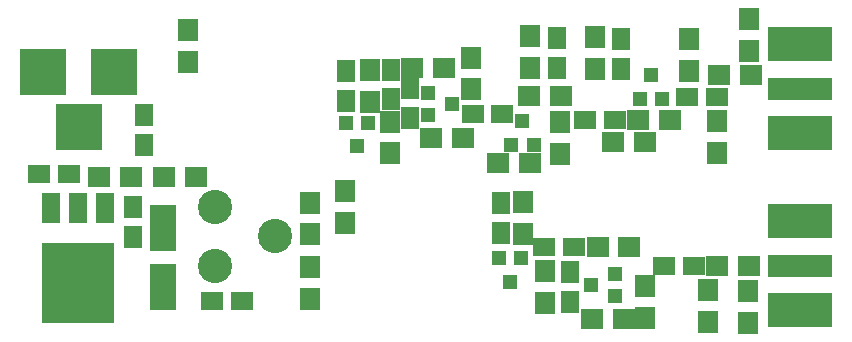
<source format=gbr>
G04 #@! TF.FileFunction,Soldermask,Top*
%FSLAX46Y46*%
G04 Gerber Fmt 4.6, Leading zero omitted, Abs format (unit mm)*
G04 Created by KiCad (PCBNEW 4.0.7) date 05/06/20 17:17:56*
%MOMM*%
%LPD*%
G01*
G04 APERTURE LIST*
%ADD10C,0.100000*%
%ADD11R,1.650000X1.900000*%
%ADD12R,1.900000X1.650000*%
%ADD13R,2.200000X3.900000*%
%ADD14R,1.700000X1.900000*%
%ADD15R,3.900000X3.900000*%
%ADD16R,5.480000X2.900000*%
%ADD17R,5.480000X1.900000*%
%ADD18R,1.200000X1.300000*%
%ADD19R,1.300000X1.200000*%
%ADD20R,1.900000X1.700000*%
%ADD21C,2.900000*%
%ADD22R,1.600000X2.600000*%
%ADD23R,6.200000X6.800000*%
G04 APERTURE END LIST*
D10*
D11*
X166878000Y-82824000D03*
X166878000Y-85324000D03*
D12*
X117622000Y-94234000D03*
X120122000Y-94234000D03*
D11*
X126500000Y-89250000D03*
X126500000Y-91750000D03*
D12*
X132250000Y-105000000D03*
X134750000Y-105000000D03*
X156825000Y-89125000D03*
X154325000Y-89125000D03*
D11*
X161437320Y-82737640D03*
X161437320Y-85237640D03*
D12*
X166350000Y-89662000D03*
X163850000Y-89662000D03*
X174980000Y-87680000D03*
X172480000Y-87680000D03*
X162875000Y-100425000D03*
X160375000Y-100425000D03*
D11*
X162580000Y-105040000D03*
X162580000Y-102540000D03*
D12*
X173025000Y-102050000D03*
X170525000Y-102050000D03*
D13*
X128100000Y-103780000D03*
X128100000Y-98780000D03*
D14*
X140500000Y-102150000D03*
X140500000Y-104850000D03*
D15*
X123952000Y-85598000D03*
X117952000Y-85598000D03*
X120952000Y-90298000D03*
D16*
X182000000Y-90750000D03*
X182000000Y-83250000D03*
D17*
X182000000Y-87000000D03*
D16*
X182000000Y-105750000D03*
X182000000Y-98250000D03*
D17*
X182000000Y-102000000D03*
D14*
X130200000Y-82050000D03*
X130200000Y-84750000D03*
X143500000Y-95650000D03*
X143500000Y-98350000D03*
D18*
X145450000Y-89900000D03*
X143550000Y-89900000D03*
X144500000Y-91900000D03*
X157553620Y-91777060D03*
X159453620Y-91777060D03*
X158503620Y-89777060D03*
X168468000Y-87868000D03*
X170368000Y-87868000D03*
X169418000Y-85868000D03*
X158430000Y-101362000D03*
X156530000Y-101362000D03*
X157480000Y-103362000D03*
D19*
X166354000Y-104582000D03*
X166354000Y-102682000D03*
X164354000Y-103632000D03*
D20*
X125350000Y-94500000D03*
X122650000Y-94500000D03*
X128150000Y-94500000D03*
X130850000Y-94500000D03*
D14*
X140500000Y-99350000D03*
X140500000Y-96650000D03*
X147300000Y-92500000D03*
X147300000Y-89800000D03*
X161710000Y-89840000D03*
X161710000Y-92540000D03*
X159156400Y-85271600D03*
X159156400Y-82571600D03*
D20*
X159100000Y-87650000D03*
X161800000Y-87650000D03*
X156460000Y-93310000D03*
X159160000Y-93310000D03*
X168322000Y-89662000D03*
X171022000Y-89662000D03*
D14*
X164700000Y-85350000D03*
X164700000Y-82650000D03*
X172640000Y-85510000D03*
X172640000Y-82810000D03*
X158525000Y-96575000D03*
X158525000Y-99275000D03*
D20*
X167100000Y-106475000D03*
X164400000Y-106475000D03*
D14*
X160400000Y-102450000D03*
X160400000Y-105150000D03*
X168925000Y-103700000D03*
X168925000Y-106400000D03*
D21*
X137540000Y-99500000D03*
X132500000Y-102000000D03*
X132500000Y-97000000D03*
D11*
X149000000Y-86975000D03*
X149000000Y-89475000D03*
X147375000Y-85400000D03*
X147375000Y-87900000D03*
D19*
X150525000Y-87350000D03*
X150525000Y-89250000D03*
X152525000Y-88300000D03*
D14*
X154190000Y-84380000D03*
X154190000Y-87080000D03*
X145600000Y-88125000D03*
X145600000Y-85425000D03*
D20*
X150800000Y-91225000D03*
X153500000Y-91225000D03*
D11*
X143550000Y-88025000D03*
X143550000Y-85525000D03*
X156740000Y-99200000D03*
X156740000Y-96700000D03*
X125550000Y-97050000D03*
X125550000Y-99550000D03*
D14*
X174990000Y-89720000D03*
X174990000Y-92420000D03*
D20*
X175140000Y-85890000D03*
X177840000Y-85890000D03*
D14*
X177740000Y-83810000D03*
X177740000Y-81110000D03*
X174200000Y-104050000D03*
X174200000Y-106750000D03*
D20*
X175010000Y-101990000D03*
X177710000Y-101990000D03*
D14*
X177640000Y-104120000D03*
X177640000Y-106820000D03*
D20*
X151850000Y-85225000D03*
X149150000Y-85225000D03*
X168900000Y-91525000D03*
X166200000Y-91525000D03*
X167575000Y-100450000D03*
X164875000Y-100450000D03*
D22*
X123180000Y-97150000D03*
X120900000Y-97150000D03*
X118620000Y-97150000D03*
D23*
X120900000Y-103450000D03*
M02*

</source>
